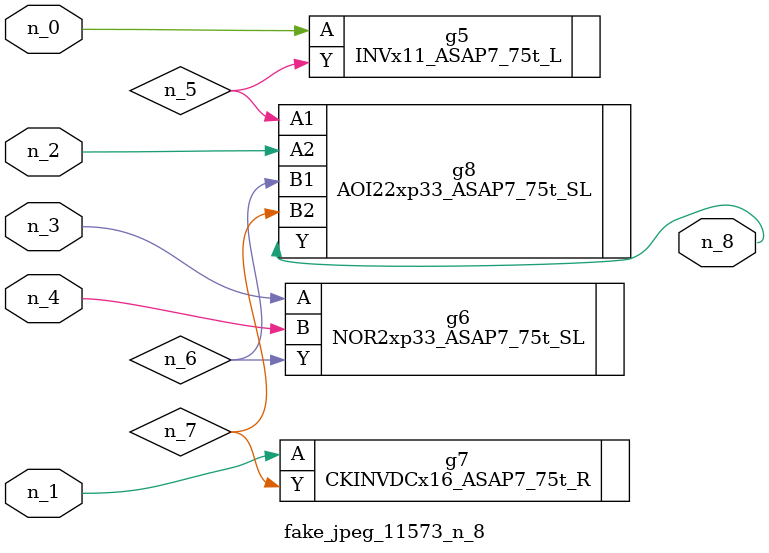
<source format=v>
module fake_jpeg_11573_n_8 (n_3, n_2, n_1, n_0, n_4, n_8);

input n_3;
input n_2;
input n_1;
input n_0;
input n_4;

output n_8;

wire n_6;
wire n_5;
wire n_7;

INVx11_ASAP7_75t_L g5 ( 
.A(n_0),
.Y(n_5)
);

NOR2xp33_ASAP7_75t_SL g6 ( 
.A(n_3),
.B(n_4),
.Y(n_6)
);

CKINVDCx16_ASAP7_75t_R g7 ( 
.A(n_1),
.Y(n_7)
);

AOI22xp33_ASAP7_75t_SL g8 ( 
.A1(n_5),
.A2(n_2),
.B1(n_6),
.B2(n_7),
.Y(n_8)
);


endmodule
</source>
